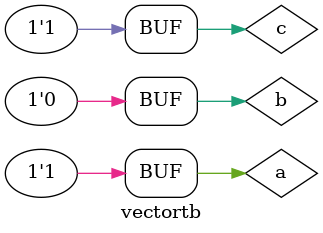
<source format=v>
module vectortb;
reg a,b,c;
wire rfile;
vectoroperations uut (a,b,c,rfile);
initial
begin
 a= 1;
 b= 2;
 c= 1;
end
endmodule

</source>
